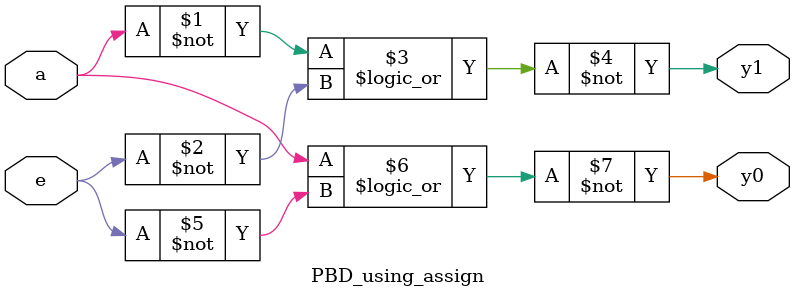
<source format=sv>
module PBD_using_assign (input a,e,output y0,y1);
	
	assign #17 {y0,y1}= {~(a || ~e) , ~(~a || ~e)}; 
	
endmodule
</source>
